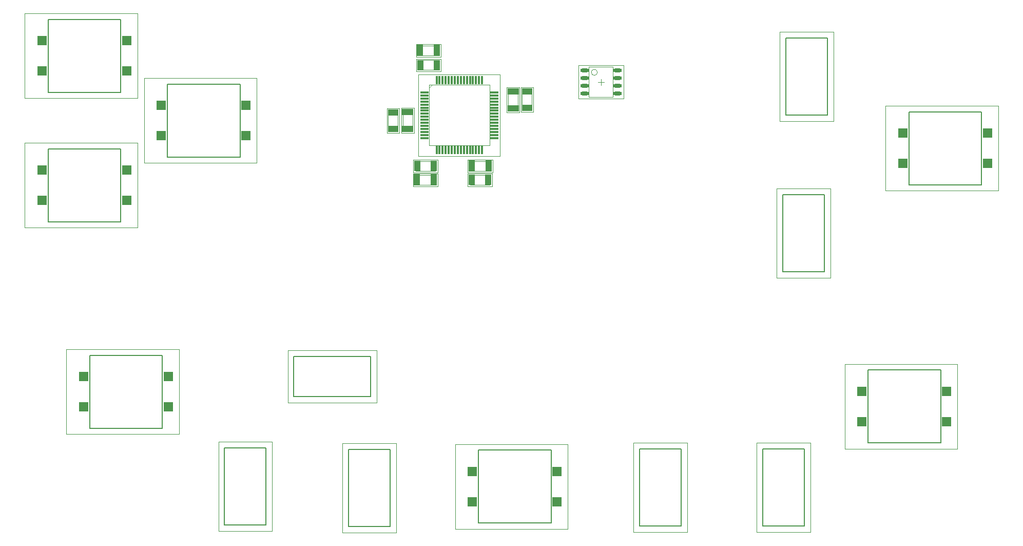
<source format=gtp>
G04*
G04 #@! TF.GenerationSoftware,Altium Limited,Altium Designer,19.1.5 (86)*
G04*
G04 Layer_Color=8421504*
%FSLAX24Y24*%
%MOIN*%
G70*
G01*
G75*
%ADD10C,0.0079*%
%ADD15C,0.0039*%
%ADD21C,0.0020*%
%ADD22R,0.0417X0.0701*%
%ADD23R,0.0701X0.0417*%
%ADD24R,0.0402X0.0717*%
%ADD25R,0.0717X0.0402*%
%ADD26R,0.0610X0.0630*%
%ADD27R,0.0118X0.0571*%
%ADD28R,0.0571X0.0118*%
%ADD29O,0.0571X0.0236*%
D10*
X43450Y22400D02*
X46150D01*
Y27400D01*
X43450D02*
X46150D01*
X43450Y22400D02*
Y27400D01*
X43650Y32550D02*
X46350D01*
Y37550D01*
X43650D02*
X46350D01*
X43650Y32550D02*
Y37550D01*
X11700Y14301D02*
Y16899D01*
Y14301D02*
X16700D01*
Y16899D01*
X11700D02*
X16700D01*
X34150Y5900D02*
X36850D01*
Y10900D01*
X34150D02*
X36850D01*
X34150Y5900D02*
Y10900D01*
X42150Y5900D02*
X44850D01*
Y10900D01*
X42150D02*
X44850D01*
X42150Y5900D02*
Y10900D01*
X15250Y5850D02*
Y10850D01*
X17950D01*
Y5850D02*
Y10850D01*
X15250Y5850D02*
X17950D01*
X7200Y5950D02*
Y10950D01*
X9900D01*
Y5950D02*
Y10950D01*
X7200Y5950D02*
X9900D01*
X23688Y6088D02*
X28412D01*
Y10812D01*
X23688D02*
X28412D01*
X23688Y6088D02*
Y10812D01*
X3488Y29838D02*
X8212D01*
Y34562D01*
X3488D02*
X8212D01*
X3488Y29838D02*
Y34562D01*
X-1562Y12238D02*
Y16962D01*
X3162D01*
Y12238D02*
Y16962D01*
X-1562Y12238D02*
X3162D01*
X51638Y28038D02*
Y32762D01*
X56362D01*
Y28038D02*
Y32762D01*
X51638Y28038D02*
X56362D01*
X48988Y11288D02*
Y16012D01*
X53712D01*
Y11288D02*
Y16012D01*
X48988Y11288D02*
X53712D01*
X-4262Y25638D02*
X462D01*
Y30362D01*
X-4262D02*
X462D01*
X-4262Y25638D02*
Y30362D01*
Y34038D02*
X462D01*
Y38762D01*
X-4262D02*
X462D01*
X-4262Y34038D02*
Y38762D01*
D15*
X31414Y35330D02*
G03*
X31414Y35330I-197J0D01*
G01*
X23170Y28665D02*
X24430D01*
Y28035D02*
Y28665D01*
X23170Y28035D02*
X24430D01*
X23170D02*
Y28665D01*
X19620Y28935D02*
X20880D01*
X19620D02*
Y29565D01*
X20880D01*
Y28935D02*
Y29565D01*
X17835Y31570D02*
Y32830D01*
X18465D01*
Y31570D02*
Y32830D01*
X17835Y31570D02*
X18465D01*
X26535Y32939D02*
Y34198D01*
X27165D01*
Y32939D02*
Y34198D01*
X26535Y32939D02*
X27165D01*
X19820Y35485D02*
X21080D01*
X19820D02*
Y36115D01*
X21080D01*
Y35485D02*
Y36115D01*
X23170Y29565D02*
X24430D01*
Y28935D02*
Y29565D01*
X23170Y28935D02*
X24430D01*
X23170D02*
Y29565D01*
X19620Y28035D02*
X20880D01*
X19620D02*
Y28665D01*
X20880D01*
Y28035D02*
Y28665D01*
X18785Y31570D02*
Y32830D01*
X19415D01*
Y31570D02*
Y32830D01*
X18785Y31570D02*
X19415D01*
X25635Y32920D02*
Y34180D01*
X26265D01*
Y32920D02*
Y34180D01*
X25635Y32920D02*
X26265D01*
X19820Y36435D02*
X21080D01*
X19820D02*
Y37065D01*
X21080D01*
Y36435D02*
Y37065D01*
X20482Y34322D02*
X20678Y34518D01*
X20482Y30582D02*
Y34518D01*
Y30582D02*
X24418D01*
Y34518D01*
X20482D02*
X24418D01*
X30863Y33716D02*
X32437D01*
X30863Y35684D02*
X32437D01*
Y33716D02*
Y35684D01*
X30863Y33716D02*
Y35684D01*
X43056Y22006D02*
X46544D01*
Y27794D01*
X43056D02*
X46544D01*
X43056Y22006D02*
Y27794D01*
X43256Y32156D02*
X46744D01*
Y37944D01*
X43256D02*
X46744D01*
X43256Y32156D02*
Y37944D01*
X11306Y13907D02*
Y17293D01*
Y13907D02*
X17094D01*
Y17293D01*
X11306D02*
X17094D01*
X33756Y5507D02*
X37244D01*
Y11294D01*
X33756D02*
X37244D01*
X33756Y5507D02*
Y11294D01*
X41756Y5506D02*
X45244D01*
Y11294D01*
X41756D02*
X45244D01*
X41756Y5506D02*
Y11294D01*
X14856Y5456D02*
Y11244D01*
X18344D01*
Y5456D02*
Y11244D01*
X14856Y5456D02*
X18344D01*
X6806Y5557D02*
Y11344D01*
X10294D01*
Y5557D02*
Y11344D01*
X6806Y5557D02*
X10294D01*
X22172Y11206D02*
X29495D01*
Y5694D02*
Y11206D01*
X22172Y5694D02*
X29495D01*
X22172D02*
Y11206D01*
X1972Y34956D02*
X9295D01*
Y29444D02*
Y34956D01*
X1972Y29444D02*
X9295D01*
X1972D02*
Y34956D01*
X-3078Y11844D02*
Y17356D01*
Y11844D02*
X4245D01*
Y17356D01*
X-3078D02*
X4245D01*
X50122Y27644D02*
Y33156D01*
Y27644D02*
X57445D01*
Y33156D01*
X50122D02*
X57445D01*
X47472Y10894D02*
Y16406D01*
Y10894D02*
X54795D01*
Y16406D01*
X47472D02*
X54795D01*
X-5778Y30756D02*
X1545D01*
Y25244D02*
Y30756D01*
X-5778Y25244D02*
X1545D01*
X-5778D02*
Y30756D01*
X31650Y34503D02*
Y34897D01*
X31453Y34700D02*
X31847D01*
X-5778Y39156D02*
X1545D01*
Y33644D02*
Y39156D01*
X-5778Y33644D02*
X1545D01*
X-5778D02*
Y39156D01*
D21*
X22997Y28759D02*
X24603D01*
Y27941D02*
Y28759D01*
X22997Y27941D02*
X24603D01*
X22997D02*
Y28759D01*
X19447Y28841D02*
X21053D01*
X19447D02*
Y29659D01*
X21053D01*
Y28841D02*
Y29659D01*
X17741Y31397D02*
Y33003D01*
X18559D01*
Y31397D02*
Y33003D01*
X17741Y31397D02*
X18559D01*
X26441Y32765D02*
Y34372D01*
X27259D01*
Y32765D02*
Y34372D01*
X26441Y32765D02*
X27259D01*
X19647Y35391D02*
X21253D01*
X19647D02*
Y36209D01*
X21253D01*
Y35391D02*
Y36209D01*
X22989Y29667D02*
X24611D01*
Y28833D02*
Y29667D01*
X22989Y28833D02*
X24611D01*
X22989D02*
Y29667D01*
X19439Y27933D02*
X21061D01*
X19439D02*
Y28767D01*
X21061D01*
Y27933D02*
Y28767D01*
X18683Y31389D02*
Y33011D01*
X19517D01*
Y31389D02*
Y33011D01*
X18683Y31389D02*
X19517D01*
X25533Y32739D02*
Y34361D01*
X26367D01*
Y32739D02*
Y34361D01*
X25533Y32739D02*
X26367D01*
X19639Y36333D02*
X21261D01*
X19639D02*
Y37167D01*
X21261D01*
Y36333D02*
Y37167D01*
X19802Y29902D02*
Y35198D01*
Y29902D02*
X25098D01*
Y35198D01*
X19802D02*
X25098D01*
X30193Y33617D02*
X33107D01*
X30193Y35783D02*
X33107D01*
Y33617D02*
Y35783D01*
X30193Y33617D02*
Y35783D01*
D22*
X23265Y28350D02*
D03*
X24335D02*
D03*
X20785Y29250D02*
D03*
X19715D02*
D03*
X20985Y35800D02*
D03*
X19915D02*
D03*
D23*
X18150Y31665D02*
D03*
Y32735D02*
D03*
X26850Y33033D02*
D03*
Y34104D02*
D03*
D24*
X23249Y29250D02*
D03*
X24351D02*
D03*
X20801Y28350D02*
D03*
X19699D02*
D03*
X21001Y36750D02*
D03*
X19899D02*
D03*
D25*
X19100Y31649D02*
D03*
Y32751D02*
D03*
X25950Y32999D02*
D03*
Y34101D02*
D03*
D26*
X23304Y9434D02*
D03*
X28796D02*
D03*
X23304Y7466D02*
D03*
X28796D02*
D03*
X3104Y33184D02*
D03*
X8596D02*
D03*
X3104Y31216D02*
D03*
X8596D02*
D03*
X3546Y13616D02*
D03*
X-1946D02*
D03*
X3546Y15584D02*
D03*
X-1946D02*
D03*
X56746Y29416D02*
D03*
X51254D02*
D03*
X56746Y31384D02*
D03*
X51254D02*
D03*
X54096Y12666D02*
D03*
X48604D02*
D03*
X54096Y14634D02*
D03*
X48604D02*
D03*
X-4646Y28984D02*
D03*
X846D02*
D03*
X-4646Y27016D02*
D03*
X846D02*
D03*
X-4646Y37384D02*
D03*
X846D02*
D03*
X-4646Y35416D02*
D03*
X846D02*
D03*
D27*
X20974Y34814D02*
D03*
X21170D02*
D03*
X21367D02*
D03*
X21564D02*
D03*
X21761D02*
D03*
X21958D02*
D03*
X22155D02*
D03*
X22352D02*
D03*
X22548D02*
D03*
X22745D02*
D03*
X22942D02*
D03*
X23139D02*
D03*
X23336D02*
D03*
X23533D02*
D03*
X23730D02*
D03*
X23926D02*
D03*
Y30286D02*
D03*
X23730D02*
D03*
X23533D02*
D03*
X23336D02*
D03*
X23139D02*
D03*
X22942D02*
D03*
X22745D02*
D03*
X22548D02*
D03*
X22352D02*
D03*
X22155D02*
D03*
X21958D02*
D03*
X21761D02*
D03*
X21564D02*
D03*
X21367D02*
D03*
X21170D02*
D03*
X20974D02*
D03*
D28*
X24714Y34026D02*
D03*
Y33830D02*
D03*
Y33633D02*
D03*
Y33436D02*
D03*
Y33239D02*
D03*
Y33042D02*
D03*
Y32845D02*
D03*
Y32648D02*
D03*
Y32452D02*
D03*
Y32255D02*
D03*
Y32058D02*
D03*
Y31861D02*
D03*
Y31664D02*
D03*
Y31467D02*
D03*
Y31270D02*
D03*
Y31074D02*
D03*
X20186D02*
D03*
Y31270D02*
D03*
Y31467D02*
D03*
Y31664D02*
D03*
Y31861D02*
D03*
Y32058D02*
D03*
Y32255D02*
D03*
Y32452D02*
D03*
Y32648D02*
D03*
Y32845D02*
D03*
Y33042D02*
D03*
Y33239D02*
D03*
Y33436D02*
D03*
Y33633D02*
D03*
Y33830D02*
D03*
Y34026D02*
D03*
D29*
X32723Y33950D02*
D03*
Y34450D02*
D03*
Y34950D02*
D03*
Y35450D02*
D03*
X30577Y33950D02*
D03*
Y34450D02*
D03*
Y34950D02*
D03*
Y35450D02*
D03*
M02*

</source>
